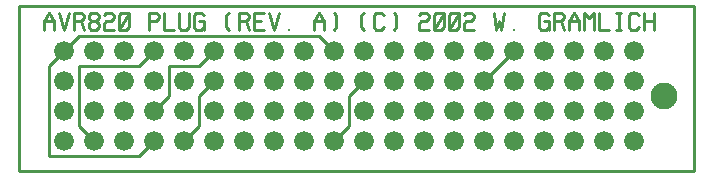
<source format=gtl>
%MOIN*%
%FSLAX25Y25*%
G04 D10 used for Character Trace; *
G04     Circle (OD=.01000) (No hole)*
G04 D11 used for Power Trace; *
G04     Circle (OD=.06700) (No hole)*
G04 D12 used for Signal Trace; *
G04     Circle (OD=.01100) (No hole)*
G04 D13 used for Via; *
G04     Circle (OD=.05800) (Round. Hole ID=.02800)*
G04 D14 used for Component hole; *
G04     Circle (OD=.06500) (Round. Hole ID=.03500)*
G04 D15 used for Component hole; *
G04     Circle (OD=.06600) (Round. Hole ID=.04200)*
G04 D16 used for Component hole; *
G04     Circle (OD=.08200) (Round. Hole ID=.05200)*
G04 D17 used for Component hole; *
G04     Circle (OD=.08950) (Round. Hole ID=.05950)*
G04 D18 used for Component hole; *
G04     Circle (OD=.11600) (Round. Hole ID=.08600)*
G04 D19 used for Component hole; *
G04     Circle (OD=.15500) (Round. Hole ID=.12500)*
G04 D20 used for Component hole; *
G04     Circle (OD=.18200) (Round. Hole ID=.15200)*
G04 D21 used for Component hole; *
G04     Circle (OD=.24300) (Round. Hole ID=.21300)*
%ADD10C,.01000*%
%ADD11C,.06700*%
%ADD12C,.01100*%
%ADD13C,.05800*%
%ADD14C,.06500*%
%ADD15C,.06600*%
%ADD16C,.08200*%
%ADD17C,.08950*%
%ADD18C,.11600*%
%ADD19C,.15500*%
%ADD20C,.18200*%
%ADD21C,.24300*%
%IPPOS*%
%LPD*%
G90*X0Y0D02*D12*X10000Y5000D02*X40000D01*         
X45000Y10000D01*D15*D03*X55000Y20000D03*X35000D03*
X55000Y10000D03*D12*X60000Y15000D01*Y25000D01*    
X65000Y30000D01*D15*D03*D12*X50000Y35000D02*      
X60000D01*X50000Y25000D02*Y35000D01*              
X45000Y20000D02*X50000Y25000D01*D15*              
X45000Y20000D03*X55000Y30000D03*X35000D03*        
Y10000D03*X45000Y30000D03*D12*X60000Y35000D02*    
X65000Y40000D01*D15*D03*X75000Y30000D03*Y40000D03*
X55000D03*X85000Y20000D03*Y30000D03*Y40000D03*    
X45000D03*D12*X40000Y35000D01*X20000D01*Y15000D01*
X25000Y10000D01*D15*D03*X15000Y20000D03*X25000D03*
X15000Y10000D03*D12*X10000Y5000D02*Y35000D01*     
X15000Y40000D01*D15*D03*D12*X20000Y45000D01*      
X100000D01*X105000Y40000D01*D15*D03*              
X115000Y30000D03*D12*X110000Y25000D01*Y15000D01*  
X105000Y10000D01*D15*D03*X115000Y20000D03*        
X95000D03*X115000Y10000D03*X105000Y20000D03*      
X95000Y10000D03*X125000Y30000D03*Y10000D03*       
X105000Y30000D03*X85000Y10000D03*X125000Y20000D03*
X95000Y30000D03*X135000Y40000D03*X125000D03*      
X115000D03*X75000Y20000D03*X135000Y10000D03*      
X75000D03*X135000Y20000D03*X95000Y40000D03*       
X135000Y30000D03*X65000Y20000D03*X145000Y10000D03*
X65000D03*X145000Y20000D03*Y30000D03*Y40000D03*   
X155000Y10000D03*Y20000D03*Y30000D03*D12*         
X165000Y40000D01*D15*D03*X175000Y30000D03*        
Y40000D03*X155000D03*X165000Y30000D03*            
X185000Y20000D03*Y30000D03*Y40000D03*             
X165000Y20000D03*X175000D03*X195000Y10000D03*     
Y20000D03*Y30000D03*Y40000D03*X165000Y10000D03*   
X175000D03*X185000D03*X205000D03*Y20000D03*       
Y30000D03*Y40000D03*D17*X215000Y25000D03*D12*     
X0Y0D02*X225000D01*X0D02*Y55000D01*X225000D01*    
Y0D01*D15*X35000Y40000D03*X25000D03*Y30000D03*    
X15000D03*D10*X8326Y47129D02*Y50000D01*           
X10000Y52871D01*X11674Y50000D01*Y47129D01*        
X8326Y50000D02*X11674D01*X13326Y52871D02*         
X15000Y47129D01*X16674Y52871D01*X18326Y47129D02*  
Y52871D01*X20837D01*X21674Y51914D01*Y50957D01*    
X20837Y50000D01*X18326D01*X20837D02*              
X21674Y47129D01*X24163Y50000D02*X23326Y50957D01*  
Y51914D01*X24163Y52871D01*X25837D01*              
X26674Y51914D01*Y50957D01*X25837Y50000D01*        
X24163D01*X23326Y49043D01*Y48086D01*              
X24163Y47129D01*X25837D01*X26674Y48086D01*        
Y49043D01*X25837Y50000D01*X28326Y51914D02*        
X29163Y52871D01*X30837D01*X31674Y51914D01*        
Y50957D01*X30837Y50000D01*X29163D01*              
X28326Y49043D01*Y47129D01*X31674D01*              
X36674Y48086D02*X35837Y47129D01*X34163D01*        
X33326Y48086D01*Y51914D01*X34163Y52871D01*        
X35837D01*X36674Y51914D01*Y48086D01*              
X33326Y47129D02*X36674Y52871D01*X43326Y47129D02*  
Y52871D01*X45837D01*X46674Y51914D01*Y50957D01*    
X45837Y50000D01*X43326D01*X48326Y52871D02*        
Y47129D01*X51674D01*X56674Y52871D02*Y48086D01*    
X55837Y47129D01*X54163D01*X53326Y48086D01*        
Y52871D01*X61674Y48086D02*X60837Y47129D01*        
X59163D01*X58326Y48086D01*Y51914D01*              
X59163Y52871D01*X60837D01*X61674Y51914D01*        
X60000Y50000D02*X61674D01*Y47129D01*              
X70000Y52871D02*X69163Y51914D01*Y48086D01*        
X70000Y47129D01*X73326D02*Y52871D01*X75837D01*    
X76674Y51914D01*Y50957D01*X75837Y50000D01*        
X73326D01*X75837D02*X76674Y47129D01*X81674D02*    
X78326D01*Y52871D01*X81674D01*X78326Y50000D02*    
X80837D01*X83326Y52871D02*X85000Y47129D01*        
X86674Y52871D01*X90000Y47129D03*X98326D02*        
Y50000D01*X100000Y52871D01*X101674Y50000D01*      
Y47129D01*X98326Y50000D02*X101674D01*             
X105000Y52871D02*X105837Y51914D01*Y48086D01*      
X105000Y47129D01*X115000Y52871D02*                
X114163Y51914D01*Y48086D01*X115000Y47129D01*      
X121674Y48086D02*X120837Y47129D01*X119163D01*     
X118326Y48086D01*Y51914D01*X119163Y52871D01*      
X120837D01*X121674Y51914D01*X125000Y52871D02*     
X125837Y51914D01*Y48086D01*X125000Y47129D01*      
X133326Y51914D02*X134163Y52871D01*X135837D01*     
X136674Y51914D01*Y50957D01*X135837Y50000D01*      
X134163D01*X133326Y49043D01*Y47129D01*X136674D01* 
X141674Y48086D02*X140837Y47129D01*X139163D01*     
X138326Y48086D01*Y51914D01*X139163Y52871D01*      
X140837D01*X141674Y51914D01*Y48086D01*            
X138326Y47129D02*X141674Y52871D01*                
X146674Y48086D02*X145837Y47129D01*X144163D01*     
X143326Y48086D01*Y51914D01*X144163Y52871D01*      
X145837D01*X146674Y51914D01*Y48086D01*            
X143326Y47129D02*X146674Y52871D01*                
X148326Y51914D02*X149163Y52871D01*X150837D01*     
X151674Y51914D01*Y50957D01*X150837Y50000D01*      
X149163D01*X148326Y49043D01*Y47129D01*X151674D01* 
X158326Y52871D02*X159163Y47129D01*                
X160000Y50000D01*X160837Y47129D01*                
X161674Y52871D01*X165000Y47129D03*                
X176674Y48086D02*X175837Y47129D01*X174163D01*     
X173326Y48086D01*Y51914D01*X174163Y52871D01*      
X175837D01*X176674Y51914D01*X175000Y50000D02*     
X176674D01*Y47129D01*X178326D02*Y52871D01*        
X180837D01*X181674Y51914D01*Y50957D01*            
X180837Y50000D01*X178326D01*X180837D02*           
X181674Y47129D01*X183326D02*Y50000D01*            
X185000Y52871D01*X186674Y50000D01*Y47129D01*      
X183326Y50000D02*X186674D01*X188326Y47129D02*     
Y52871D01*X190000Y50957D01*X191674Y52871D01*      
Y47129D01*X193326Y52871D02*Y47129D01*X196674D01*  
X200000D02*Y52871D01*X199163Y47129D02*X200837D01* 
X199163Y52871D02*X200837D01*X206674Y48086D02*     
X205837Y47129D01*X204163D01*X203326Y48086D01*     
Y51914D01*X204163Y52871D01*X205837D01*            
X206674Y51914D01*X208326Y47129D02*Y52871D01*      
X211674Y47129D02*Y52871D01*X208326Y50000D02*      
X211674D01*M02*                                   

</source>
